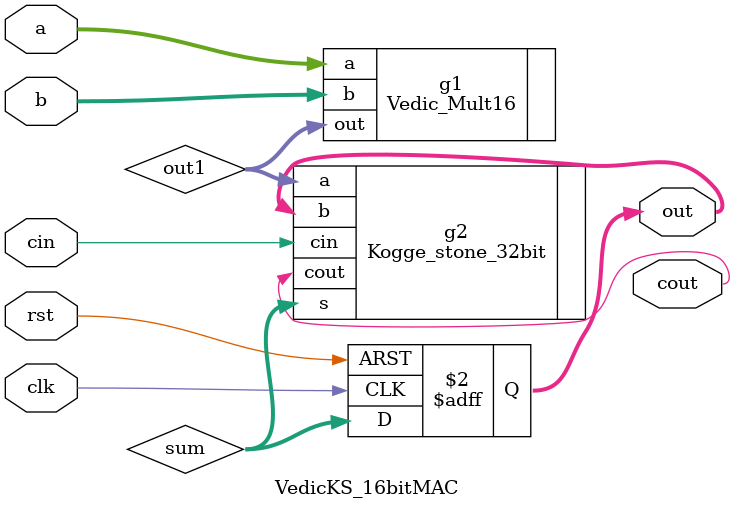
<source format=v>
module VedicKS_16bitMAC(
    input [15:0] a,          // 8-bit input A
    input [15:0] b,          // 8-bit input B
    input clk,
    input rst,
    input cin,              // Carry-in for the adder
    output reg [31:0] out,  // 16-bit output
    output cout             // Carry-out from the adder
);

    wire [31:0] out1;       // Output from the 8-bit Vedic multiplier
    wire [31:0] sum;

    // Instantiate 8-bit Vedic multiplier
    Vedic_Mult16 g1 (
        .a(a),
        .b(b),
        .out(out1)
    );

    // Instantiate 16-bit Kogge-Stone adder
    Kogge_stone_32bit g2 (
        .a(out1),
        .b(out),
        .cin(cin),
        .s(sum),
        .cout(cout)
    );

    // Register output with synchronous reset
    always @(posedge clk or posedge rst) begin
        if (rst)
            out <= 32'h0;  // Reset to 16-bit zero
        else
            out <= sum;    // Update output with adder result
    end
endmodule

</source>
